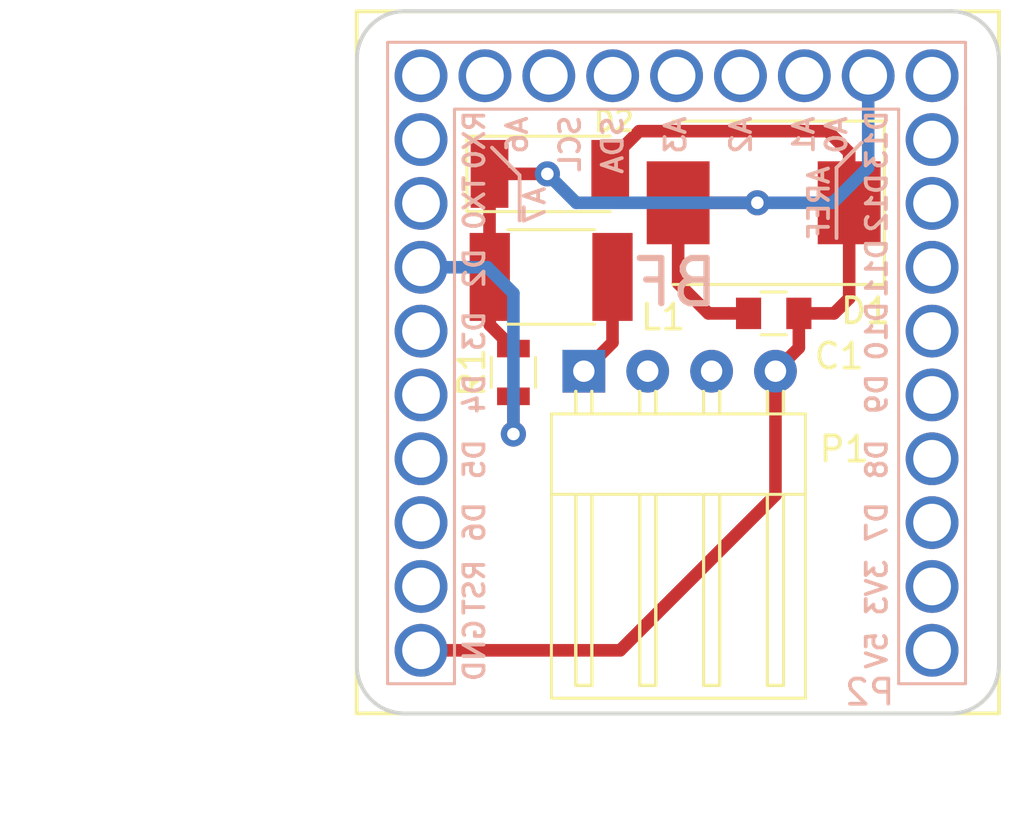
<source format=kicad_pcb>
(kicad_pcb (version 4) (host pcbnew 4.0.6)

  (general
    (links 11)
    (no_connects 0)
    (area 124.382401 62.457 165.563 97.631001)
    (thickness 1.6)
    (drawings 23)
    (tracks 38)
    (zones 0)
    (modules 7)
    (nets 31)
  )

  (page A4)
  (title_block
    (title "Microduino BF DE (bagnatura foglia)")
    (date "10 aprile 2019")
    (rev 0.0)
  )

  (layers
    (0 F.Cu signal)
    (31 B.Cu signal)
    (32 B.Adhes user)
    (33 F.Adhes user)
    (34 B.Paste user)
    (35 F.Paste user)
    (36 B.SilkS user)
    (37 F.SilkS user)
    (38 B.Mask user)
    (39 F.Mask user hide)
    (44 Edge.Cuts user)
    (45 Margin user)
    (46 B.CrtYd user hide)
    (47 F.CrtYd user hide)
    (48 B.Fab user)
    (49 F.Fab user)
  )

  (setup
    (last_trace_width 0.5)
    (user_trace_width 0.4)
    (user_trace_width 0.5)
    (user_trace_width 0.75)
    (user_trace_width 1)
    (user_trace_width 1.5)
    (user_trace_width 2)
    (user_trace_width 2.5)
    (user_trace_width 3)
    (trace_clearance 0.2)
    (zone_clearance 0.508)
    (zone_45_only no)
    (trace_min 0.2)
    (segment_width 0.15)
    (edge_width 0.15)
    (via_size 0.6)
    (via_drill 0.4)
    (via_min_size 0.4)
    (via_min_drill 0.3)
    (user_via 1 0.5)
    (user_via 1.2 0.6)
    (uvia_size 0.3)
    (uvia_drill 0.1)
    (uvias_allowed no)
    (uvia_min_size 0.2)
    (uvia_min_drill 0.1)
    (pcb_text_width 0.3)
    (pcb_text_size 1.5 1.5)
    (mod_edge_width 0.15)
    (mod_text_size 1 1)
    (mod_text_width 0.15)
    (pad_size 1.5 1.5)
    (pad_drill 0.85)
    (pad_to_mask_clearance 0.2)
    (aux_axis_origin 0 0)
    (grid_origin 126.111 104.775)
    (visible_elements 7FFEFFFF)
    (pcbplotparams
      (layerselection 0x210fc_80000001)
      (usegerberextensions false)
      (excludeedgelayer true)
      (linewidth 0.100000)
      (plotframeref false)
      (viasonmask false)
      (mode 1)
      (useauxorigin false)
      (hpglpennumber 1)
      (hpglpenspeed 20)
      (hpglpendiameter 15)
      (hpglpenoverlay 2)
      (psnegative false)
      (psa4output false)
      (plotreference true)
      (plotvalue true)
      (plotinvisibletext false)
      (padsonsilk false)
      (subtractmaskfromsilk false)
      (outputformat 1)
      (mirror false)
      (drillshape 0)
      (scaleselection 1)
      (outputdirectory ""))
  )

  (net 0 "")
  (net 1 +5V)
  (net 2 +3V3)
  (net 3 /D7)
  (net 4 /D8)
  (net 5 /D9)
  (net 6 /D10)
  (net 7 /D11)
  (net 8 /D12)
  (net 9 /D13)
  (net 10 /D2)
  (net 11 /D3)
  (net 12 /A0)
  (net 13 /A1)
  (net 14 /A2)
  (net 15 /A3)
  (net 16 /SDA)
  (net 17 /SCL)
  (net 18 /A6)
  (net 19 /A7)
  (net 20 /RX0)
  (net 21 /D4)
  (net 22 /D5)
  (net 23 /D6)
  (net 24 /RESET)
  (net 25 GND)
  (net 26 /TX0)
  (net 27 /AREF)
  (net 28 "Net-(L1-Pad2)")
  (net 29 "Net-(P1-Pad2)")
  (net 30 "Net-(P1-Pad3)")

  (net_class Default "Questo è il gruppo di collegamenti predefinito"
    (clearance 0.2)
    (trace_width 0.25)
    (via_dia 0.6)
    (via_drill 0.4)
    (uvia_dia 0.3)
    (uvia_drill 0.1)
    (add_net +3V3)
    (add_net +5V)
    (add_net /A0)
    (add_net /A1)
    (add_net /A2)
    (add_net /A3)
    (add_net /A6)
    (add_net /A7)
    (add_net /AREF)
    (add_net /D10)
    (add_net /D11)
    (add_net /D12)
    (add_net /D13)
    (add_net /D2)
    (add_net /D3)
    (add_net /D4)
    (add_net /D5)
    (add_net /D6)
    (add_net /D7)
    (add_net /D8)
    (add_net /D9)
    (add_net /RESET)
    (add_net /RX0)
    (add_net /SCL)
    (add_net /SDA)
    (add_net /TX0)
    (add_net GND)
    (add_net "Net-(L1-Pad2)")
    (add_net "Net-(P1-Pad2)")
    (add_net "Net-(P1-Pad3)")
  )

  (module Libreria_PCB_mia:Upin_27 (layer B.Cu) (tedit 5CAE1640) (tstamp 597E308E)
    (at 161.658 88.18 180)
    (descr "Through hole straight socket strip, 1x09, 2.54mm pitch, single row")
    (tags "Through hole socket strip THT 1x09 2.54mm single row")
    (path /58E8C7EF)
    (fp_text reference P2 (at 2.48 -1.67 180) (layer B.SilkS)
      (effects (font (size 1 1) (thickness 0.15)) (justify mirror))
    )
    (fp_text value CONN_1x27 (at -2.83 10.17 450) (layer B.Fab)
      (effects (font (size 1 1) (thickness 0.15)) (justify mirror))
    )
    (fp_line (start 16.4 18.9) (end 17.5 20) (layer B.SilkS) (width 0.15))
    (fp_line (start 16.4 18.9) (end 16.4 17.1) (layer B.SilkS) (width 0.15))
    (fp_text user A7 (at 15.797 17.705 450) (layer B.SilkS)
      (effects (font (size 0.8 0.8) (thickness 0.15)) (justify mirror))
    )
    (fp_line (start 2.8 20.2) (end 3.8 19.2) (layer B.SilkS) (width 0.15))
    (fp_line (start 3.8 19.2) (end 3.8 16.4) (layer B.SilkS) (width 0.15))
    (fp_text user AREF (at 4.5 17.8 450) (layer B.SilkS)
      (effects (font (size 0.8 0.8) (thickness 0.15)) (justify mirror))
    )
    (fp_text user GND (at 18.2 0 450) (layer B.SilkS)
      (effects (font (size 0.8 0.8) (thickness 0.15)) (justify mirror))
    )
    (fp_text user RST (at 18.2 2.5 450) (layer B.SilkS)
      (effects (font (size 0.8 0.8) (thickness 0.15)) (justify mirror))
    )
    (fp_text user D6 (at 18.2 5.1 450) (layer B.SilkS)
      (effects (font (size 0.8 0.8) (thickness 0.15)) (justify mirror))
    )
    (fp_text user D5 (at 18.2 7.6 450) (layer B.SilkS)
      (effects (font (size 0.8 0.8) (thickness 0.15)) (justify mirror))
    )
    (fp_text user D4 (at 18.2 10.2 450) (layer B.SilkS)
      (effects (font (size 0.8 0.8) (thickness 0.15)) (justify mirror))
    )
    (fp_text user D3 (at 18.2 12.7 450) (layer B.SilkS)
      (effects (font (size 0.8 0.8) (thickness 0.15)) (justify mirror))
    )
    (fp_text user D2 (at 18.2 15.2 450) (layer B.SilkS)
      (effects (font (size 0.8 0.8) (thickness 0.15)) (justify mirror))
    )
    (fp_text user TX0 (at 18.2 17.8 450) (layer B.SilkS)
      (effects (font (size 0.8 0.8) (thickness 0.15)) (justify mirror))
    )
    (fp_text user RX0 (at 18.2 20.3 450) (layer B.SilkS)
      (effects (font (size 0.8 0.8) (thickness 0.15)) (justify mirror))
    )
    (fp_text user A6 (at 16.5 20.5 450) (layer B.SilkS)
      (effects (font (size 0.8 0.8) (thickness 0.15)) (justify mirror))
    )
    (fp_text user SCL (at 14.397 20.155 450) (layer B.SilkS)
      (effects (font (size 0.8 0.8) (thickness 0.15)) (justify mirror))
    )
    (fp_text user SDA (at 12.7 20.1 450) (layer B.SilkS)
      (effects (font (size 0.8 0.8) (thickness 0.15)) (justify mirror))
    )
    (fp_text user A3 (at 10.2 20.5 450) (layer B.SilkS)
      (effects (font (size 0.8 0.8) (thickness 0.15)) (justify mirror))
    )
    (fp_text user A2 (at 7.6 20.5 450) (layer B.SilkS)
      (effects (font (size 0.8 0.8) (thickness 0.15)) (justify mirror))
    )
    (fp_text user A1 (at 5.1 20.5 450) (layer B.SilkS)
      (effects (font (size 0.8 0.8) (thickness 0.15)) (justify mirror))
    )
    (fp_text user A0 (at 3.8 20.5 450) (layer B.SilkS)
      (effects (font (size 0.8 0.8) (thickness 0.15)) (justify mirror))
    )
    (fp_text user D13 (at 2.2 20.3 450) (layer B.SilkS)
      (effects (font (size 0.8 0.8) (thickness 0.15)) (justify mirror))
    )
    (fp_text user D12 (at 2.2 17.8 450) (layer B.SilkS)
      (effects (font (size 0.8 0.8) (thickness 0.15)) (justify mirror))
    )
    (fp_text user D11 (at 2.2 15.2 450) (layer B.SilkS)
      (effects (font (size 0.8 0.8) (thickness 0.15)) (justify mirror))
    )
    (fp_text user D10 (at 2.2 12.7 450) (layer B.SilkS)
      (effects (font (size 0.8 0.8) (thickness 0.15)) (justify mirror))
    )
    (fp_text user D9 (at 2.2 10.2 450) (layer B.SilkS)
      (effects (font (size 0.8 0.8) (thickness 0.15)) (justify mirror))
    )
    (fp_text user D8 (at 2.2 7.6 450) (layer B.SilkS)
      (effects (font (size 0.8 0.8) (thickness 0.15)) (justify mirror))
    )
    (fp_text user D7 (at 2.2 5.1 450) (layer B.SilkS)
      (effects (font (size 0.8 0.8) (thickness 0.15)) (justify mirror))
    )
    (fp_text user 3V3 (at 2.2 2.5 450) (layer B.SilkS)
      (effects (font (size 0.8 0.8) (thickness 0.15)) (justify mirror))
    )
    (fp_text user 5V (at 2.2 0 450) (layer B.SilkS)
      (effects (font (size 0.8 0.8) (thickness 0.15)) (justify mirror))
    )
    (fp_line (start 1.8 -1.78) (end 1.8 21.05) (layer B.CrtYd) (width 0.12))
    (fp_line (start 18.52 21.05) (end 1.8 21.05) (layer B.CrtYd) (width 0.12))
    (fp_line (start -1.27 24.13) (end -1.27 -1.27) (layer B.Fab) (width 0.12))
    (fp_line (start 1.27 -1.27) (end 1.27 21.59) (layer B.Fab) (width 0.12))
    (fp_line (start 1.27 21.59) (end 19.05 21.59) (layer B.Fab) (width 0.12))
    (fp_line (start 19.05 21.59) (end 19.05 -1.27) (layer B.Fab) (width 0.12))
    (fp_line (start 19.05 -1.27) (end 21.59 -1.27) (layer B.Fab) (width 0.12))
    (fp_line (start 21.59 -1.27) (end 21.59 24.13) (layer B.Fab) (width 0.12))
    (fp_line (start 21.59 24.13) (end -1.27 24.13) (layer B.Fab) (width 0.12))
    (fp_line (start 21.65 -1.33) (end 21.65 24.19) (layer B.SilkS) (width 0.12))
    (fp_line (start 21.65 24.19) (end -1.33 24.19) (layer B.SilkS) (width 0.12))
    (fp_line (start -1.33 -1.33) (end -1.33 24.19) (layer B.SilkS) (width 0.12))
    (fp_line (start 1.33 -1.33) (end 1.33 21.53) (layer B.SilkS) (width 0.12))
    (fp_line (start 1.33 21.53) (end 18.99 21.53) (layer B.SilkS) (width 0.12))
    (fp_line (start 18.99 -1.33) (end 18.99 21.53) (layer B.SilkS) (width 0.12))
    (fp_line (start 18.99 -1.33) (end 18.99 5.48) (layer B.SilkS) (width 0.12))
    (fp_line (start -1.8 24.67) (end 22.12 24.67) (layer B.CrtYd) (width 0.12))
    (fp_line (start -1.8 -1.78) (end -1.8 24.67) (layer B.CrtYd) (width 0.12))
    (fp_line (start 22.12 -1.78) (end 22.12 24.67) (layer B.CrtYd) (width 0.12))
    (fp_line (start 18.52 21.05) (end 18.52 -1.8) (layer B.CrtYd) (width 0.12))
    (fp_line (start 18.52 -1.8) (end 22.12 -1.8) (layer B.CrtYd) (width 0.12))
    (fp_line (start -1.27 -1.27) (end 1.27 -1.27) (layer B.Fab) (width 0.12))
    (fp_line (start -1.33 -1.33) (end 1.33 -1.33) (layer B.SilkS) (width 0.12))
    (fp_line (start 21.65 -1.33) (end 18.99 -1.33) (layer B.SilkS) (width 0.12))
    (fp_line (start -1.33 20.32) (end -1.33 21.65) (layer B.SilkS) (width 0.12))
    (fp_line (start -1.8 -1.78) (end 1.8 -1.78) (layer B.CrtYd) (width 0.12))
    (fp_text user %R (at 0 -2.54 180) (layer B.Fab)
      (effects (font (size 1 1) (thickness 0.15)) (justify mirror))
    )
    (pad 9 thru_hole circle (at 0 20.32 180) (size 2.1 2.1) (drill 1.5) (layers *.Cu *.Mask)
      (net 9 /D13))
    (pad 8 thru_hole circle (at 0 17.78 180) (size 2.1 2.1) (drill 1.5) (layers *.Cu *.Mask)
      (net 8 /D12))
    (pad 7 thru_hole circle (at 0 15.24 180) (size 2.1 2.1) (drill 1.5) (layers *.Cu *.Mask)
      (net 7 /D11))
    (pad 6 thru_hole circle (at 0 12.7 180) (size 2.1 2.1) (drill 1.5) (layers *.Cu *.Mask)
      (net 6 /D10))
    (pad 5 thru_hole circle (at 0 10.16 180) (size 2.1 2.1) (drill 1.5) (layers *.Cu *.Mask)
      (net 5 /D9))
    (pad 4 thru_hole circle (at 0 7.62 180) (size 2.1 2.1) (drill 1.5) (layers *.Cu *.Mask)
      (net 4 /D8))
    (pad 3 thru_hole circle (at 0 5.08 180) (size 2.1 2.1) (drill 1.5) (layers *.Cu *.Mask)
      (net 3 /D7))
    (pad 2 thru_hole circle (at 0 2.54 180) (size 2.1 2.1) (drill 1.5) (layers *.Cu *.Mask)
      (net 2 +3V3))
    (pad 1 thru_hole circle (at 0 0 180) (size 2.1 2.1) (drill 1.5) (layers *.Cu *.Mask)
      (net 1 +5V))
    (pad 10 thru_hole circle (at 0 22.86 180) (size 2.1 2.1) (drill 1.5) (layers *.Cu *.Mask)
      (net 27 /AREF))
    (pad 11 thru_hole circle (at 2.54 22.86 180) (size 2.1 2.1) (drill 1.5) (layers *.Cu *.Mask)
      (net 12 /A0))
    (pad 12 thru_hole circle (at 5.08 22.86 180) (size 2.1 2.1) (drill 1.5) (layers *.Cu *.Mask)
      (net 13 /A1))
    (pad 13 thru_hole circle (at 7.62 22.86 180) (size 2.1 2.1) (drill 1.5) (layers *.Cu *.Mask)
      (net 14 /A2))
    (pad 14 thru_hole circle (at 10.16 22.86 180) (size 2.1 2.1) (drill 1.5) (layers *.Cu *.Mask)
      (net 15 /A3))
    (pad 15 thru_hole circle (at 12.7 22.86 180) (size 2.1 2.1) (drill 1.5) (layers *.Cu *.Mask)
      (net 16 /SDA))
    (pad 16 thru_hole circle (at 15.24 22.86 180) (size 2.1 2.1) (drill 1.5) (layers *.Cu *.Mask)
      (net 17 /SCL))
    (pad 17 thru_hole circle (at 17.78 22.86 180) (size 2.1 2.1) (drill 1.5) (layers *.Cu *.Mask)
      (net 18 /A6))
    (pad 18 thru_hole circle (at 20.32 22.86 180) (size 2.1 2.1) (drill 1.5) (layers *.Cu *.Mask)
      (net 19 /A7))
    (pad 19 thru_hole circle (at 20.32 20.32 180) (size 2.1 2.1) (drill 1.5) (layers *.Cu *.Mask)
      (net 20 /RX0))
    (pad 20 thru_hole circle (at 20.32 17.78 180) (size 2.1 2.1) (drill 1.5) (layers *.Cu *.Mask)
      (net 26 /TX0))
    (pad 21 thru_hole circle (at 20.32 15.24 180) (size 2.1 2.1) (drill 1.5) (layers *.Cu *.Mask)
      (net 10 /D2))
    (pad 22 thru_hole circle (at 20.32 12.7 180) (size 2.1 2.1) (drill 1.5) (layers *.Cu *.Mask)
      (net 11 /D3))
    (pad 23 thru_hole circle (at 20.32 10.16 180) (size 2.1 2.1) (drill 1.5) (layers *.Cu *.Mask)
      (net 21 /D4))
    (pad 24 thru_hole circle (at 20.32 7.62 180) (size 2.1 2.1) (drill 1.5) (layers *.Cu *.Mask)
      (net 22 /D5))
    (pad 25 thru_hole circle (at 20.32 5.08 180) (size 2.1 2.1) (drill 1.5) (layers *.Cu *.Mask)
      (net 23 /D6))
    (pad 26 thru_hole circle (at 20.32 2.54 180) (size 2.1 2.1) (drill 1.5) (layers *.Cu *.Mask)
      (net 24 /RESET))
    (pad 27 thru_hole circle (at 20.32 0 180) (size 2.1 2.1) (drill 1.5) (layers *.Cu *.Mask)
      (net 25 GND))
  )

  (module Capacitors_SMD:C_0805 (layer F.Cu) (tedit 5CAE1281) (tstamp 5CA90A65)
    (at 155.361 74.775)
    (descr "Capacitor SMD 0805, reflow soldering, AVX (see smccp.pdf)")
    (tags "capacitor 0805")
    (path /5CA8C741)
    (attr smd)
    (fp_text reference C1 (at 2.6 1.7) (layer F.SilkS)
      (effects (font (size 1 1) (thickness 0.15)))
    )
    (fp_text value 100nF (at 0 1.75) (layer F.Fab)
      (effects (font (size 1 1) (thickness 0.15)))
    )
    (fp_text user %R (at 2.6 1.7) (layer F.Fab)
      (effects (font (size 1 1) (thickness 0.15)))
    )
    (fp_line (start -1 0.62) (end -1 -0.62) (layer F.Fab) (width 0.1))
    (fp_line (start 1 0.62) (end -1 0.62) (layer F.Fab) (width 0.1))
    (fp_line (start 1 -0.62) (end 1 0.62) (layer F.Fab) (width 0.1))
    (fp_line (start -1 -0.62) (end 1 -0.62) (layer F.Fab) (width 0.1))
    (fp_line (start 0.5 -0.85) (end -0.5 -0.85) (layer F.SilkS) (width 0.12))
    (fp_line (start -0.5 0.85) (end 0.5 0.85) (layer F.SilkS) (width 0.12))
    (fp_line (start -1.75 -0.88) (end 1.75 -0.88) (layer F.CrtYd) (width 0.05))
    (fp_line (start -1.75 -0.88) (end -1.75 0.87) (layer F.CrtYd) (width 0.05))
    (fp_line (start 1.75 0.87) (end 1.75 -0.88) (layer F.CrtYd) (width 0.05))
    (fp_line (start 1.75 0.87) (end -1.75 0.87) (layer F.CrtYd) (width 0.05))
    (pad 1 smd rect (at -1 0) (size 1 1.25) (layers F.Cu F.Paste F.Mask)
      (net 12 /A0))
    (pad 2 smd rect (at 1 0) (size 1 1.25) (layers F.Cu F.Paste F.Mask)
      (net 25 GND))
    (model Capacitors_SMD.3dshapes/C_0805.wrl
      (at (xyz 0 0 0))
      (scale (xyz 1 1 1))
      (rotate (xyz 0 0 0))
    )
  )

  (module Diodes_SMD:D_MELF (layer F.Cu) (tedit 5CAE1344) (tstamp 5CA90A7D)
    (at 146.461 69.225)
    (descr "Diode, MELF,,")
    (tags "Diode MELF ")
    (path /5CA8C79F)
    (attr smd)
    (fp_text reference D2 (at 2.55 -2.1) (layer F.SilkS)
      (effects (font (size 0.8 0.8) (thickness 0.15)))
    )
    (fp_text value LL4148 (at -0.25 2.5) (layer F.Fab)
      (effects (font (size 1 1) (thickness 0.15)))
    )
    (fp_text user %R (at 2.55 -2.1) (layer F.Fab)
      (effects (font (size 0.8 0.8) (thickness 0.15)))
    )
    (fp_line (start 2.4 -1.5) (end -3.3 -1.5) (layer F.SilkS) (width 0.12))
    (fp_line (start -3.3 -1.5) (end -3.3 1.5) (layer F.SilkS) (width 0.12))
    (fp_line (start -3.3 1.5) (end 2.4 1.5) (layer F.SilkS) (width 0.12))
    (fp_line (start 2.6 -1.3) (end -2.6 -1.3) (layer F.Fab) (width 0.1))
    (fp_line (start -2.6 -1.3) (end -2.6 1.3) (layer F.Fab) (width 0.1))
    (fp_line (start -2.6 1.3) (end 2.6 1.3) (layer F.Fab) (width 0.1))
    (fp_line (start 2.6 1.3) (end 2.6 -1.3) (layer F.Fab) (width 0.1))
    (fp_line (start -0.64944 0.00102) (end -1.55114 0.00102) (layer F.Fab) (width 0.1))
    (fp_line (start 0.50118 0.00102) (end 1.4994 0.00102) (layer F.Fab) (width 0.1))
    (fp_line (start -0.64944 -0.79908) (end -0.64944 0.80112) (layer F.Fab) (width 0.1))
    (fp_line (start 0.50118 0.75032) (end 0.50118 -0.79908) (layer F.Fab) (width 0.1))
    (fp_line (start -0.64944 0.00102) (end 0.50118 0.75032) (layer F.Fab) (width 0.1))
    (fp_line (start -0.64944 0.00102) (end 0.50118 -0.79908) (layer F.Fab) (width 0.1))
    (fp_line (start -3.4 -1.6) (end 3.4 -1.6) (layer F.CrtYd) (width 0.05))
    (fp_line (start 3.4 -1.6) (end 3.4 1.6) (layer F.CrtYd) (width 0.05))
    (fp_line (start 3.4 1.6) (end -3.4 1.6) (layer F.CrtYd) (width 0.05))
    (fp_line (start -3.4 1.6) (end -3.4 -1.6) (layer F.CrtYd) (width 0.05))
    (pad 1 smd rect (at -2.4 0) (size 1.5 2.7) (layers F.Cu F.Paste F.Mask)
      (net 12 /A0))
    (pad 2 smd rect (at 2.4 0) (size 1.5 2.7) (layers F.Cu F.Paste F.Mask)
      (net 25 GND))
    (model ${KISYS3DMOD}/Diodes_SMD.3dshapes/D_MELF.wrl
      (at (xyz 0 0 0))
      (scale (xyz 1 1 1))
      (rotate (xyz 0 0 0))
    )
  )

  (module Resistors_SMD:R_0805 (layer F.Cu) (tedit 5CAE12B0) (tstamp 5CA90AFF)
    (at 145.011 77.125 90)
    (descr "Resistor SMD 0805, reflow soldering, Vishay (see dcrcw.pdf)")
    (tags "resistor 0805")
    (path /5CA8C05F)
    (attr smd)
    (fp_text reference R1 (at 0 -1.65 90) (layer F.SilkS)
      (effects (font (size 1 1) (thickness 0.15)))
    )
    (fp_text value 820k (at 0 1.75 90) (layer F.Fab)
      (effects (font (size 1 1) (thickness 0.15)))
    )
    (fp_text user %R (at 0 0 90) (layer F.Fab)
      (effects (font (size 0.5 0.5) (thickness 0.075)))
    )
    (fp_line (start -1 0.62) (end -1 -0.62) (layer F.Fab) (width 0.1))
    (fp_line (start 1 0.62) (end -1 0.62) (layer F.Fab) (width 0.1))
    (fp_line (start 1 -0.62) (end 1 0.62) (layer F.Fab) (width 0.1))
    (fp_line (start -1 -0.62) (end 1 -0.62) (layer F.Fab) (width 0.1))
    (fp_line (start 0.6 0.88) (end -0.6 0.88) (layer F.SilkS) (width 0.12))
    (fp_line (start -0.6 -0.88) (end 0.6 -0.88) (layer F.SilkS) (width 0.12))
    (fp_line (start -1.55 -0.9) (end 1.55 -0.9) (layer F.CrtYd) (width 0.05))
    (fp_line (start -1.55 -0.9) (end -1.55 0.9) (layer F.CrtYd) (width 0.05))
    (fp_line (start 1.55 0.9) (end 1.55 -0.9) (layer F.CrtYd) (width 0.05))
    (fp_line (start 1.55 0.9) (end -1.55 0.9) (layer F.CrtYd) (width 0.05))
    (pad 1 smd rect (at -0.95 0 90) (size 0.7 1.3) (layers F.Cu F.Paste F.Mask)
      (net 10 /D2))
    (pad 2 smd rect (at 0.95 0 90) (size 0.7 1.3) (layers F.Cu F.Paste F.Mask)
      (net 12 /A0))
    (model ${KISYS3DMOD}/Resistors_SMD.3dshapes/R_0805.wrl
      (at (xyz 0 0 0))
      (scale (xyz 1 1 1))
      (rotate (xyz 0 0 0))
    )
  )

  (module Libreria_PCB_mia:WHURT_4pin_90°_61900411021 (layer F.Cu) (tedit 5CAE123C) (tstamp 5CA90DA8)
    (at 147.811 77.075)
    (descr "Horizontal AMP connector with 2.54mm pitch")
    (tags "connector horizontal")
    (path /58E8CD07)
    (fp_text reference P1 (at 10.35 3.1) (layer F.SilkS)
      (effects (font (size 1 1) (thickness 0.15)))
    )
    (fp_text value CONN_01X04 (at 3.81 14.9) (layer F.Fab)
      (effects (font (size 1 1) (thickness 0.15)))
    )
    (fp_line (start 5.4 12.5) (end 5.4 4.9) (layer F.SilkS) (width 0.12))
    (fp_line (start 4.76 12.5) (end 5.4 12.5) (layer F.SilkS) (width 0.12))
    (fp_line (start 4.76 4.9) (end 4.76 12.5) (layer F.SilkS) (width 0.12))
    (fp_line (start 4.76 1.7) (end 4.76 0.8) (layer F.SilkS) (width 0.12))
    (fp_line (start 5.4 0.8) (end 5.4 1.7) (layer F.SilkS) (width 0.12))
    (fp_line (start 5.4 0.8) (end 5.4 1.7) (layer F.SilkS) (width 0.12))
    (fp_line (start 4.76 1.7) (end 4.76 0.8) (layer F.SilkS) (width 0.12))
    (fp_line (start 4.76 4.9) (end 4.76 12.5) (layer F.SilkS) (width 0.12))
    (fp_line (start 4.76 12.5) (end 5.4 12.5) (layer F.SilkS) (width 0.12))
    (fp_line (start 5.4 12.5) (end 5.4 4.9) (layer F.SilkS) (width 0.12))
    (fp_line (start 5.4 12.5) (end 5.4 4.9) (layer F.SilkS) (width 0.12))
    (fp_line (start 4.76 12.5) (end 5.4 12.5) (layer F.SilkS) (width 0.12))
    (fp_line (start 4.76 4.9) (end 4.76 12.5) (layer F.SilkS) (width 0.12))
    (fp_line (start 4.76 1.7) (end 4.76 0.8) (layer F.SilkS) (width 0.12))
    (fp_line (start 5.4 0.8) (end 5.4 1.7) (layer F.SilkS) (width 0.12))
    (fp_line (start 5.4 0.8) (end 5.4 1.7) (layer F.SilkS) (width 0.12))
    (fp_line (start 4.76 1.7) (end 4.76 0.8) (layer F.SilkS) (width 0.12))
    (fp_line (start 4.76 4.9) (end 4.76 12.5) (layer F.SilkS) (width 0.12))
    (fp_line (start 4.76 12.5) (end 5.4 12.5) (layer F.SilkS) (width 0.12))
    (fp_line (start 5.4 12.5) (end 5.4 4.9) (layer F.SilkS) (width 0.12))
    (fp_line (start 7.94 12.5) (end 7.94 4.9) (layer F.SilkS) (width 0.12))
    (fp_line (start 7.3 12.5) (end 7.94 12.5) (layer F.SilkS) (width 0.12))
    (fp_line (start 7.3 4.9) (end 7.3 12.5) (layer F.SilkS) (width 0.12))
    (fp_line (start 7.3 1.7) (end 7.3 0.8) (layer F.SilkS) (width 0.12))
    (fp_line (start 7.94 0.8) (end 7.94 1.7) (layer F.SilkS) (width 0.12))
    (fp_line (start 7.94 0.8) (end 7.94 1.7) (layer F.SilkS) (width 0.12))
    (fp_line (start 7.3 1.7) (end 7.3 0.8) (layer F.SilkS) (width 0.12))
    (fp_line (start 7.3 4.9) (end 7.3 12.5) (layer F.SilkS) (width 0.12))
    (fp_line (start 7.3 12.5) (end 7.94 12.5) (layer F.SilkS) (width 0.12))
    (fp_line (start 7.94 12.5) (end 7.94 4.9) (layer F.SilkS) (width 0.12))
    (fp_line (start 7.94 12.5) (end 7.94 4.9) (layer F.SilkS) (width 0.12))
    (fp_line (start 7.3 12.5) (end 7.94 12.5) (layer F.SilkS) (width 0.12))
    (fp_line (start 7.3 4.9) (end 7.3 12.5) (layer F.SilkS) (width 0.12))
    (fp_line (start 7.3 1.7) (end 7.3 0.8) (layer F.SilkS) (width 0.12))
    (fp_line (start 7.94 0.8) (end 7.94 1.7) (layer F.SilkS) (width 0.12))
    (fp_line (start 7.94 0.8) (end 7.94 1.7) (layer F.SilkS) (width 0.12))
    (fp_line (start 7.3 1.7) (end 7.3 0.8) (layer F.SilkS) (width 0.12))
    (fp_line (start 7.3 4.9) (end 7.3 12.5) (layer F.SilkS) (width 0.12))
    (fp_line (start 7.3 12.5) (end 7.94 12.5) (layer F.SilkS) (width 0.12))
    (fp_line (start 7.94 12.5) (end 7.94 4.9) (layer F.SilkS) (width 0.12))
    (fp_line (start 2.86 12.5) (end 2.86 4.9) (layer F.SilkS) (width 0.12))
    (fp_line (start 2.22 12.5) (end 2.86 12.5) (layer F.SilkS) (width 0.12))
    (fp_line (start 2.22 4.9) (end 2.22 12.5) (layer F.SilkS) (width 0.12))
    (fp_line (start 2.22 1.7) (end 2.22 0.8) (layer F.SilkS) (width 0.12))
    (fp_line (start 2.86 0.8) (end 2.86 1.7) (layer F.SilkS) (width 0.12))
    (fp_line (start 2.86 0.8) (end 2.86 1.7) (layer F.SilkS) (width 0.12))
    (fp_line (start 2.22 1.7) (end 2.22 0.8) (layer F.SilkS) (width 0.12))
    (fp_line (start 2.22 4.9) (end 2.22 12.5) (layer F.SilkS) (width 0.12))
    (fp_line (start 2.22 12.5) (end 2.86 12.5) (layer F.SilkS) (width 0.12))
    (fp_line (start 2.86 12.5) (end 2.86 4.9) (layer F.SilkS) (width 0.12))
    (fp_line (start 2.86 12.5) (end 2.86 4.9) (layer F.SilkS) (width 0.12))
    (fp_line (start 2.22 12.5) (end 2.86 12.5) (layer F.SilkS) (width 0.12))
    (fp_line (start 2.22 4.9) (end 2.22 12.5) (layer F.SilkS) (width 0.12))
    (fp_line (start 2.22 1.7) (end 2.22 0.8) (layer F.SilkS) (width 0.12))
    (fp_line (start 2.86 0.8) (end 2.86 1.7) (layer F.SilkS) (width 0.12))
    (fp_line (start 2.86 0.8) (end 2.86 1.7) (layer F.SilkS) (width 0.12))
    (fp_line (start 2.22 1.7) (end 2.22 0.8) (layer F.SilkS) (width 0.12))
    (fp_line (start 2.22 4.9) (end 2.22 12.5) (layer F.SilkS) (width 0.12))
    (fp_line (start 2.22 12.5) (end 2.86 12.5) (layer F.SilkS) (width 0.12))
    (fp_line (start 2.86 12.5) (end 2.86 4.9) (layer F.SilkS) (width 0.12))
    (fp_line (start 0.32 12.5) (end 0.32 4.9) (layer F.SilkS) (width 0.12))
    (fp_line (start -0.32 12.5) (end 0.32 12.5) (layer F.SilkS) (width 0.12))
    (fp_line (start -0.32 4.9) (end -0.32 12.5) (layer F.SilkS) (width 0.12))
    (fp_line (start -0.32 1.7) (end -0.32 0.8) (layer F.SilkS) (width 0.12))
    (fp_line (start 0.32 0.8) (end 0.32 1.7) (layer F.SilkS) (width 0.12))
    (fp_line (start 0.32 0.8) (end 0.32 1.7) (layer F.SilkS) (width 0.12))
    (fp_line (start -0.32 1.7) (end -0.32 0.8) (layer F.SilkS) (width 0.12))
    (fp_line (start -0.32 4.9) (end -0.32 12.5) (layer F.SilkS) (width 0.12))
    (fp_line (start -0.32 12.5) (end 0.32 12.5) (layer F.SilkS) (width 0.12))
    (fp_line (start 0.32 12.5) (end 0.32 4.9) (layer F.SilkS) (width 0.12))
    (fp_line (start 0.32 12.5) (end 0.32 4.9) (layer F.SilkS) (width 0.12))
    (fp_line (start -0.32 12.5) (end 0.32 12.5) (layer F.SilkS) (width 0.12))
    (fp_line (start -0.32 4.9) (end -0.32 12.5) (layer F.SilkS) (width 0.12))
    (fp_line (start -0.32 1.7) (end -0.32 0.8) (layer F.SilkS) (width 0.12))
    (fp_line (start 0.32 0.8) (end 0.32 1.7) (layer F.SilkS) (width 0.12))
    (fp_line (start -1.78 -1.23) (end -1.78 13.3) (layer F.CrtYd) (width 0.05))
    (fp_line (start -1.78 13.3) (end 9.32 13.3) (layer F.CrtYd) (width 0.05))
    (fp_line (start 9.32 13.3) (end 9.32 -1.23) (layer F.CrtYd) (width 0.05))
    (fp_line (start 9.32 -1.23) (end -1.78 -1.23) (layer F.CrtYd) (width 0.05))
    (fp_line (start 0.32 0.8) (end 0.32 1.7) (layer F.SilkS) (width 0.12))
    (fp_line (start -0.32 1.7) (end -0.32 0.8) (layer F.SilkS) (width 0.12))
    (fp_line (start -0.32 4.9) (end -0.32 12.5) (layer F.SilkS) (width 0.12))
    (fp_line (start -0.32 12.5) (end 0.32 12.5) (layer F.SilkS) (width 0.12))
    (fp_line (start 0.32 12.5) (end 0.32 4.9) (layer F.SilkS) (width 0.12))
    (fp_line (start 8.81 4.9) (end -1.29 4.9) (layer F.SilkS) (width 0.12))
    (fp_line (start -1.29 1.7) (end -1.29 13.01) (layer F.SilkS) (width 0.12))
    (fp_line (start -1.29 13.01) (end 8.81 13.01) (layer F.SilkS) (width 0.12))
    (fp_line (start 8.81 13.01) (end 8.81 1.7) (layer F.SilkS) (width 0.12))
    (fp_line (start 8.81 1.7) (end -1.29 1.7) (layer F.SilkS) (width 0.12))
    (pad 1 thru_hole rect (at 0 0) (size 1.7 1.7) (drill 0.85) (layers *.Cu *.Mask)
      (net 28 "Net-(L1-Pad2)"))
    (pad 2 thru_hole circle (at 2.54 0) (size 1.7 1.7) (drill 0.85) (layers *.Cu *.Mask)
      (net 29 "Net-(P1-Pad2)"))
    (pad 3 thru_hole circle (at 5.08 0) (size 1.7 1.7) (drill 0.85) (layers *.Cu *.Mask)
      (net 30 "Net-(P1-Pad3)"))
    (pad 4 thru_hole circle (at 7.62 0) (size 1.7 1.7) (drill 0.85) (layers *.Cu *.Mask)
      (net 25 GND))
    (model Connectors.3dshapes/Wafer_Horizontal17.5x5.8x7RM2.5-6.wrl
      (at (xyz 0 0 0))
      (scale (xyz 4 4 4))
      (rotate (xyz 0 0 0))
    )
  )

  (module Diodes_SMD:D_SMC (layer F.Cu) (tedit 5CAE128D) (tstamp 5CADF8E1)
    (at 154.961 70.375 180)
    (descr "Diode SMC (DO-214AB)")
    (tags "Diode SMC (DO-214AB)")
    (path /5CA8F1BE)
    (attr smd)
    (fp_text reference D1 (at -4.05 -4.3 180) (layer F.SilkS)
      (effects (font (size 1 1) (thickness 0.15)))
    )
    (fp_text value 1.5SMC6.8A-E3/57T (at 0 4.2 180) (layer F.Fab)
      (effects (font (size 1 1) (thickness 0.15)))
    )
    (fp_text user %R (at -4.05 -4.3 180) (layer F.Fab)
      (effects (font (size 1 1) (thickness 0.15)))
    )
    (fp_line (start -4.8 3.25) (end -4.8 -3.25) (layer F.SilkS) (width 0.12))
    (fp_line (start 3.55 3.1) (end -3.55 3.1) (layer F.Fab) (width 0.1))
    (fp_line (start -3.55 3.1) (end -3.55 -3.1) (layer F.Fab) (width 0.1))
    (fp_line (start 3.55 -3.1) (end 3.55 3.1) (layer F.Fab) (width 0.1))
    (fp_line (start 3.55 -3.1) (end -3.55 -3.1) (layer F.Fab) (width 0.1))
    (fp_line (start -4.9 -3.35) (end 4.9 -3.35) (layer F.CrtYd) (width 0.05))
    (fp_line (start 4.9 -3.35) (end 4.9 3.35) (layer F.CrtYd) (width 0.05))
    (fp_line (start 4.9 3.35) (end -4.9 3.35) (layer F.CrtYd) (width 0.05))
    (fp_line (start -4.9 3.35) (end -4.9 -3.35) (layer F.CrtYd) (width 0.05))
    (fp_line (start -0.64944 0.00102) (end -1.55114 0.00102) (layer F.Fab) (width 0.1))
    (fp_line (start 0.50118 0.00102) (end 1.4994 0.00102) (layer F.Fab) (width 0.1))
    (fp_line (start -0.64944 -0.79908) (end -0.64944 0.80112) (layer F.Fab) (width 0.1))
    (fp_line (start 0.50118 0.75032) (end 0.50118 -0.79908) (layer F.Fab) (width 0.1))
    (fp_line (start -0.64944 0.00102) (end 0.50118 0.75032) (layer F.Fab) (width 0.1))
    (fp_line (start -0.64944 0.00102) (end 0.50118 -0.79908) (layer F.Fab) (width 0.1))
    (fp_line (start -4.8 3.25) (end 3.6 3.25) (layer F.SilkS) (width 0.12))
    (fp_line (start -4.8 -3.25) (end 3.6 -3.25) (layer F.SilkS) (width 0.12))
    (pad 1 smd rect (at -3.4 0 270) (size 3.3 2.5) (layers F.Cu F.Paste F.Mask)
      (net 25 GND))
    (pad 2 smd rect (at 3.4 0 270) (size 3.3 2.5) (layers F.Cu F.Paste F.Mask)
      (net 12 /A0))
    (model ${KISYS3DMOD}/Diodes_SMD.3dshapes/D_SMC.wrl
      (at (xyz 0 0 0))
      (scale (xyz 1 1 1))
      (rotate (xyz 0 0 0))
    )
  )

  (module Inductors_SMD:L_1812 (layer F.Cu) (tedit 5CAE12E8) (tstamp 5CADF962)
    (at 146.511 73.325)
    (descr "Resistor SMD 1812, flow soldering, Panasonic (see ERJ12)")
    (tags "resistor 1812")
    (path /5CA8C7E0)
    (attr smd)
    (fp_text reference L1 (at 4.45 1.6) (layer F.SilkS)
      (effects (font (size 1 1) (thickness 0.15)))
    )
    (fp_text value 100uH (at 0 3.17) (layer F.Fab)
      (effects (font (size 1 1) (thickness 0.15)))
    )
    (fp_text user %R (at 4.45 1.6) (layer F.Fab)
      (effects (font (size 1 1) (thickness 0.15)))
    )
    (fp_line (start -2.25 1.6) (end -2.25 -1.6) (layer F.Fab) (width 0.1))
    (fp_line (start 2.25 1.6) (end -2.25 1.6) (layer F.Fab) (width 0.1))
    (fp_line (start 2.25 -1.6) (end 2.25 1.6) (layer F.Fab) (width 0.1))
    (fp_line (start -2.25 -1.6) (end 2.25 -1.6) (layer F.Fab) (width 0.1))
    (fp_line (start -3.51 -2.24) (end 3.51 -2.24) (layer F.CrtYd) (width 0.05))
    (fp_line (start 3.51 -2.24) (end 3.51 2.24) (layer F.CrtYd) (width 0.05))
    (fp_line (start 3.51 2.24) (end -3.51 2.24) (layer F.CrtYd) (width 0.05))
    (fp_line (start -3.51 2.24) (end -3.51 -2.24) (layer F.CrtYd) (width 0.05))
    (fp_line (start -1.73 1.88) (end 1.73 1.88) (layer F.SilkS) (width 0.12))
    (fp_line (start -1.73 -1.88) (end 1.73 -1.88) (layer F.SilkS) (width 0.12))
    (pad 1 smd rect (at -2.44 0) (size 1.6 3.5) (layers F.Cu F.Paste F.Mask)
      (net 12 /A0))
    (pad 2 smd rect (at 2.44 0) (size 1.6 3.5) (layers F.Cu F.Paste F.Mask)
      (net 28 "Net-(L1-Pad2)"))
    (model ${KISYS3DMOD}/Inductors_SMD.3dshapes/L_1812.wrl
      (at (xyz 0 0 0))
      (scale (xyz 1 1 1))
      (rotate (xyz 0 0 0))
    )
  )

  (gr_text BF (at 151.448 73.55) (layer B.SilkS)
    (effects (font (size 1.8 1.8) (thickness 0.25)) (justify mirror))
  )
  (gr_line (start 164.318 62.76) (end 138.778 62.76) (angle 90) (layer F.SilkS) (width 0.15))
  (gr_line (start 164.318 90.69) (end 164.318 62.76) (angle 90) (layer F.SilkS) (width 0.15))
  (gr_line (start 138.778 90.69) (end 164.318 90.69) (angle 90) (layer F.SilkS) (width 0.15))
  (gr_line (start 138.778 62.76) (end 138.778 90.69) (angle 90) (layer F.SilkS) (width 0.15))
  (gr_arc (start 162.4084 64.658) (end 162.4084 62.753) (angle 90) (layer Edge.Cuts) (width 0.15) (tstamp 58E794C0))
  (gr_arc (start 140.6914 88.788) (end 140.6914 90.693) (angle 90) (layer Edge.Cuts) (width 0.15) (tstamp 58E794BF))
  (gr_arc (start 140.6914 64.658) (end 138.7864 64.658) (angle 90) (layer Edge.Cuts) (width 0.15) (tstamp 58E794BE))
  (gr_arc (start 162.4084 88.788) (end 164.3134 88.788) (angle 90) (layer Edge.Cuts) (width 0.15) (tstamp 58E794BD))
  (gr_line (start 162.4084 90.693) (end 140.6914 90.693) (angle 90) (layer Edge.Cuts) (width 0.15) (tstamp 58E794BC))
  (gr_line (start 138.7864 88.788) (end 138.7864 64.658) (angle 90) (layer Edge.Cuts) (width 0.15) (tstamp 58E794BB))
  (gr_line (start 140.6914 62.753) (end 162.4084 62.753) (angle 90) (layer Edge.Cuts) (width 0.15) (tstamp 58E794BA))
  (gr_line (start 164.3134 64.658) (end 164.3134 88.788) (angle 90) (layer Edge.Cuts) (width 0.15) (tstamp 58E794B9))
  (gr_line (start 164.3134 64.658) (end 164.3134 88.788) (angle 90) (layer Edge.Cuts) (width 0.15))
  (gr_line (start 140.6914 62.753) (end 162.4084 62.753) (angle 90) (layer Edge.Cuts) (width 0.15))
  (gr_line (start 138.7864 88.788) (end 138.7864 64.658) (angle 90) (layer Edge.Cuts) (width 0.15))
  (gr_line (start 162.4084 90.693) (end 140.6914 90.693) (angle 90) (layer Edge.Cuts) (width 0.15))
  (gr_arc (start 162.4084 88.788) (end 164.3134 88.788) (angle 90) (layer Edge.Cuts) (width 0.15) (tstamp 58DCB572))
  (gr_arc (start 140.6914 64.658) (end 138.7864 64.658) (angle 90) (layer Edge.Cuts) (width 0.15) (tstamp 58DCB570))
  (gr_arc (start 140.6914 88.788) (end 140.6914 90.693) (angle 90) (layer Edge.Cuts) (width 0.15) (tstamp 58DCB56C))
  (gr_arc (start 162.4084 64.658) (end 162.4084 62.753) (angle 90) (layer Edge.Cuts) (width 0.15))
  (dimension 27.94 (width 0.3) (layer F.Fab)
    (gr_text "27,940 mm" (at 130.8824 76.427 270) (layer F.Fab)
      (effects (font (size 1.5 1.5) (thickness 0.3)))
    )
    (feature1 (pts (xy 134.2644 90.397) (xy 129.5324 90.397)))
    (feature2 (pts (xy 134.2644 62.457) (xy 129.5324 62.457)))
    (crossbar (pts (xy 132.2324 62.457) (xy 132.2324 90.397)))
    (arrow1a (pts (xy 132.2324 90.397) (xy 131.645979 89.270496)))
    (arrow1b (pts (xy 132.2324 90.397) (xy 132.818821 89.270496)))
    (arrow2a (pts (xy 132.2324 62.457) (xy 131.645979 63.583504)))
    (arrow2b (pts (xy 132.2324 62.457) (xy 132.818821 63.583504)))
  )
  (dimension 25.527 (width 0.3) (layer F.Fab)
    (gr_text "25,527 mm" (at 151.1054 96.281) (layer F.Fab) (tstamp 58DCB33B)
      (effects (font (size 1.5 1.5) (thickness 0.3)))
    )
    (feature1 (pts (xy 138.9134 92.471) (xy 138.9134 97.583999)))
    (feature2 (pts (xy 164.4404 92.471) (xy 164.4404 97.583999)))
    (crossbar (pts (xy 164.4404 94.883999) (xy 138.9134 94.883999)))
    (arrow1a (pts (xy 138.9134 94.883999) (xy 140.039904 94.297578)))
    (arrow1b (pts (xy 138.9134 94.883999) (xy 140.039904 95.47042)))
    (arrow2a (pts (xy 164.4404 94.883999) (xy 163.313896 94.297578)))
    (arrow2b (pts (xy 164.4404 94.883999) (xy 163.313896 95.47042)))
  )

  (segment (start 160.8844 88.1784) (end 161.6464 88.1784) (width 0.4) (layer F.Cu) (net 1) (tstamp 58E8FE06))
  (segment (start 161.6464 80.5584) (end 161.24 80.5584) (width 0.5) (layer F.Cu) (net 4))
  (segment (start 145.011 78.075) (end 145.011 79.575) (width 0.5) (layer F.Cu) (net 10))
  (segment (start 143.976 72.94) (end 141.338 72.94) (width 0.5) (layer B.Cu) (net 10) (tstamp 5CADFA44))
  (segment (start 145.011 73.975) (end 143.976 72.94) (width 0.5) (layer B.Cu) (net 10) (tstamp 5CADFA43))
  (segment (start 145.011 79.575) (end 145.011 73.975) (width 0.5) (layer B.Cu) (net 10) (tstamp 5CADFA42))
  (via (at 145.011 79.575) (size 1) (drill 0.5) (layers F.Cu B.Cu) (net 10))
  (segment (start 154.711 70.375) (end 147.511 70.375) (width 0.5) (layer B.Cu) (net 12))
  (segment (start 146.361 69.225) (end 144.061 69.225) (width 0.5) (layer F.Cu) (net 12) (tstamp 5CADFABF))
  (via (at 146.361 69.225) (size 1) (drill 0.5) (layers F.Cu B.Cu) (net 12))
  (segment (start 147.511 70.375) (end 146.361 69.225) (width 0.5) (layer B.Cu) (net 12) (tstamp 5CADFAB6))
  (segment (start 159.118 65.32) (end 159.118 68.968) (width 0.5) (layer B.Cu) (net 12))
  (segment (start 154.711 70.375) (end 151.561 70.375) (width 0.5) (layer F.Cu) (net 12) (tstamp 5CADFAA8))
  (via (at 154.711 70.375) (size 1) (drill 0.5) (layers F.Cu B.Cu) (net 12))
  (segment (start 157.711 70.375) (end 154.711 70.375) (width 0.5) (layer B.Cu) (net 12) (tstamp 5CADFAA5))
  (segment (start 159.118 68.968) (end 157.711 70.375) (width 0.5) (layer B.Cu) (net 12) (tstamp 5CADFAA4))
  (segment (start 151.561 70.375) (end 151.561 73.575) (width 0.5) (layer F.Cu) (net 12))
  (segment (start 152.761 74.775) (end 154.361 74.775) (width 0.5) (layer F.Cu) (net 12) (tstamp 5CADFA91))
  (segment (start 151.561 73.575) (end 152.761 74.775) (width 0.5) (layer F.Cu) (net 12) (tstamp 5CADFA90))
  (segment (start 144.061 69.225) (end 144.061 73.315) (width 0.5) (layer F.Cu) (net 12))
  (segment (start 144.061 73.315) (end 144.071 73.325) (width 0.5) (layer F.Cu) (net 12) (tstamp 5CADFA8C))
  (segment (start 144.071 73.325) (end 144.071 75.235) (width 0.5) (layer F.Cu) (net 12))
  (segment (start 144.071 75.235) (end 145.011 76.175) (width 0.5) (layer F.Cu) (net 12) (tstamp 5CADFA8A))
  (segment (start 148.861 69.225) (end 148.861 68.675) (width 0.5) (layer F.Cu) (net 25))
  (segment (start 148.861 68.675) (end 150.011 67.525) (width 0.5) (layer F.Cu) (net 25) (tstamp 5CADFA9F))
  (segment (start 150.011 67.525) (end 157.511 67.525) (width 0.5) (layer F.Cu) (net 25) (tstamp 5CADFAA0))
  (segment (start 157.511 67.525) (end 158.361 68.375) (width 0.5) (layer F.Cu) (net 25) (tstamp 5CADFAA1))
  (segment (start 158.361 68.375) (end 158.361 70.375) (width 0.5) (layer F.Cu) (net 25) (tstamp 5CADFAA2))
  (segment (start 155.431 77.075) (end 155.431 82.005) (width 0.5) (layer F.Cu) (net 25))
  (segment (start 149.256 88.18) (end 141.338 88.18) (width 0.5) (layer F.Cu) (net 25) (tstamp 5CADFA9A))
  (segment (start 155.431 82.005) (end 149.256 88.18) (width 0.5) (layer F.Cu) (net 25) (tstamp 5CADFA98))
  (segment (start 156.361 74.775) (end 156.361 76.145) (width 0.5) (layer F.Cu) (net 25))
  (segment (start 156.361 76.145) (end 155.431 77.075) (width 0.5) (layer F.Cu) (net 25) (tstamp 5CADFA96))
  (segment (start 156.361 74.775) (end 157.761 74.775) (width 0.5) (layer F.Cu) (net 25))
  (segment (start 158.361 74.175) (end 158.361 70.375) (width 0.5) (layer F.Cu) (net 25) (tstamp 5CADFA94))
  (segment (start 157.761 74.775) (end 158.361 74.175) (width 0.5) (layer F.Cu) (net 25) (tstamp 5CADFA93))
  (segment (start 148.951 73.325) (end 148.951 75.935) (width 0.5) (layer F.Cu) (net 28))
  (segment (start 148.951 75.935) (end 147.811 77.075) (width 0.5) (layer F.Cu) (net 28) (tstamp 5CADFA8E))

)

</source>
